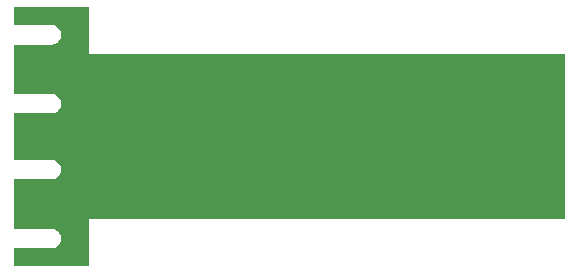
<source format=gbr>
G04 =======================================* 
G04 File Format: RS-274X * 
G04 Date:        May 24 2024 * 
G04 Time:        13:49:48 * 
G04 =======================================* 
G04 Format description *** 
G04 Code:          ASCII * 
G04 Unit:          Millimeter * 
G04 Coordinates:   Absolut * 
G04 Digits:        3.4-format * 
G04 Zeros skipped: Leading zeros omitted * 
G04 =======================================* 
%FSLAX34Y34*%
%MOMM*%
G90*
G71*
%LPD*%
G36*
G01X64000Y69500D02*
G01X64000Y110000D01*
G01X0Y110000D01*
G01X0Y94450D01*
G01X32000Y94450D01*
G01X33290Y94348D01*
G01X34549Y94046D01*
G01X35745Y93550D01*
G01X36849Y92874D01*
G01X37833Y92033D01*
G01X38674Y91049D01*
G01X39350Y89945D01*
G01X39846Y88749D01*
G01X40148Y87490D01*
G01X40250Y86200D01*
G01X40148Y84909D01*
G01X39846Y83650D01*
G01X39350Y82454D01*
G01X38674Y81350D01*
G01X37833Y80366D01*
G01X36849Y79525D01*
G01X35745Y78849D01*
G01X34549Y78353D01*
G01X33290Y78051D01*
G01X32000Y77950D01*
G01X0Y77950D01*
G01X0Y36050D01*
G01X32000Y36050D01*
G01X33290Y35948D01*
G01X34549Y35646D01*
G01X35745Y35150D01*
G01X36849Y34474D01*
G01X37833Y33633D01*
G01X38674Y32649D01*
G01X39350Y31545D01*
G01X39846Y30349D01*
G01X40148Y29090D01*
G01X40250Y27800D01*
G01X40148Y26509D01*
G01X39846Y25250D01*
G01X39350Y24054D01*
G01X38674Y22950D01*
G01X37833Y21966D01*
G01X36849Y21125D01*
G01X35745Y20449D01*
G01X34549Y19953D01*
G01X33290Y19651D01*
G01X32000Y19550D01*
G01X0Y19550D01*
G01X0Y-19550D01*
G01X32000Y-19550D01*
G01X33290Y-19651D01*
G01X34549Y-19953D01*
G01X35745Y-20449D01*
G01X36849Y-21125D01*
G01X37833Y-21966D01*
G01X38674Y-22950D01*
G01X39350Y-24054D01*
G01X39846Y-25250D01*
G01X40148Y-26509D01*
G01X40250Y-27800D01*
G01X40148Y-29090D01*
G01X39846Y-30349D01*
G01X39350Y-31545D01*
G01X38674Y-32649D01*
G01X37833Y-33633D01*
G01X36849Y-34474D01*
G01X35745Y-35150D01*
G01X34549Y-35646D01*
G01X33290Y-35948D01*
G01X32000Y-36050D01*
G01X0Y-36050D01*
G01X0Y-77950D01*
G01X32000Y-77950D01*
G01X33290Y-78051D01*
G01X34549Y-78353D01*
G01X35745Y-78849D01*
G01X36849Y-79525D01*
G01X37833Y-80366D01*
G01X38674Y-81350D01*
G01X39350Y-82454D01*
G01X39846Y-83650D01*
G01X40148Y-84909D01*
G01X40250Y-86200D01*
G01X40148Y-87490D01*
G01X39846Y-88749D01*
G01X39350Y-89945D01*
G01X38674Y-91049D01*
G01X37833Y-92033D01*
G01X36849Y-92874D01*
G01X35745Y-93550D01*
G01X34549Y-94046D01*
G01X33290Y-94348D01*
G01X32000Y-94450D01*
G01X0Y-94450D01*
G01X0Y-110000D01*
G01X64000Y-110000D01*
G01X64000Y-69500D01*
G01X467000Y-69500D01*
G01X467000Y69500D01*
G37*
M02* 
G04 End Of Gerber File* 

</source>
